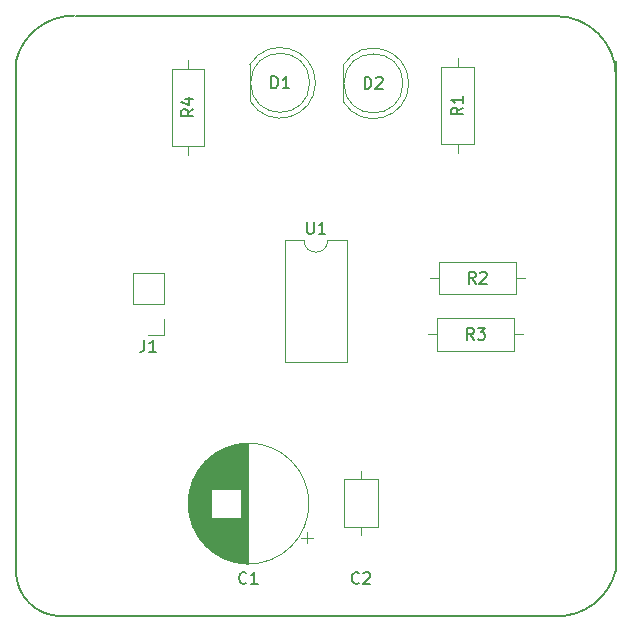
<source format=gbr>
G04 #@! TF.GenerationSoftware,KiCad,Pcbnew,(5.0.2)-1*
G04 #@! TF.CreationDate,2019-03-28T21:57:09+05:00*
G04 #@! TF.ProjectId,LM555Blinky,4c4d3535-3542-46c6-996e-6b792e6b6963,rev?*
G04 #@! TF.SameCoordinates,Original*
G04 #@! TF.FileFunction,Legend,Top*
G04 #@! TF.FilePolarity,Positive*
%FSLAX46Y46*%
G04 Gerber Fmt 4.6, Leading zero omitted, Abs format (unit mm)*
G04 Created by KiCad (PCBNEW (5.0.2)-1) date 3/28/2019 9:57:09 PM*
%MOMM*%
%LPD*%
G01*
G04 APERTURE LIST*
%ADD10C,0.150000*%
%ADD11C,0.120000*%
G04 APERTURE END LIST*
D10*
X210820000Y-63500000D02*
G75*
G02X215900000Y-68580000I0J-5080000D01*
G01*
X165100000Y-67310000D02*
G75*
G02X170028324Y-63462081I4928324J-1232081D01*
G01*
X215865426Y-110481356D02*
G75*
G02X210820000Y-114300000I-4893750J1223437D01*
G01*
X168910000Y-114300000D02*
G75*
G02X165100000Y-110490000I0J3810000D01*
G01*
X165100000Y-110490000D02*
X165100000Y-67310000D01*
X168910000Y-114300000D02*
X210820000Y-114300000D01*
X215900000Y-67310000D02*
X215900000Y-110490000D01*
X170180000Y-63500000D02*
X210820000Y-63500000D01*
D11*
G04 #@! TO.C,C2*
X195730000Y-102695000D02*
X192890000Y-102695000D01*
X192890000Y-102695000D02*
X192890000Y-106735000D01*
X192890000Y-106735000D02*
X195730000Y-106735000D01*
X195730000Y-106735000D02*
X195730000Y-102695000D01*
X194310000Y-102005000D02*
X194310000Y-102695000D01*
X194310000Y-107425000D02*
X194310000Y-106735000D01*
G04 #@! TO.C,C1*
X189910000Y-104775000D02*
G75*
G03X189910000Y-104775000I-5120000J0D01*
G01*
X184790000Y-109855000D02*
X184790000Y-99695000D01*
X184750000Y-109855000D02*
X184750000Y-99695000D01*
X184710000Y-109855000D02*
X184710000Y-99695000D01*
X184670000Y-109854000D02*
X184670000Y-99696000D01*
X184630000Y-109853000D02*
X184630000Y-99697000D01*
X184590000Y-109852000D02*
X184590000Y-99698000D01*
X184550000Y-109850000D02*
X184550000Y-99700000D01*
X184510000Y-109848000D02*
X184510000Y-99702000D01*
X184470000Y-109845000D02*
X184470000Y-99705000D01*
X184430000Y-109843000D02*
X184430000Y-99707000D01*
X184390000Y-109840000D02*
X184390000Y-99710000D01*
X184350000Y-109837000D02*
X184350000Y-99713000D01*
X184310000Y-109833000D02*
X184310000Y-99717000D01*
X184270000Y-109829000D02*
X184270000Y-99721000D01*
X184230000Y-109825000D02*
X184230000Y-99725000D01*
X184190000Y-109820000D02*
X184190000Y-99730000D01*
X184150000Y-109815000D02*
X184150000Y-99735000D01*
X184110000Y-109810000D02*
X184110000Y-106016000D01*
X184110000Y-103534000D02*
X184110000Y-99740000D01*
X184069000Y-109805000D02*
X184069000Y-106016000D01*
X184069000Y-103534000D02*
X184069000Y-99745000D01*
X184029000Y-109799000D02*
X184029000Y-106016000D01*
X184029000Y-103534000D02*
X184029000Y-99751000D01*
X183989000Y-109793000D02*
X183989000Y-106016000D01*
X183989000Y-103534000D02*
X183989000Y-99757000D01*
X183949000Y-109786000D02*
X183949000Y-106016000D01*
X183949000Y-103534000D02*
X183949000Y-99764000D01*
X183909000Y-109779000D02*
X183909000Y-106016000D01*
X183909000Y-103534000D02*
X183909000Y-99771000D01*
X183869000Y-109772000D02*
X183869000Y-106016000D01*
X183869000Y-103534000D02*
X183869000Y-99778000D01*
X183829000Y-109765000D02*
X183829000Y-106016000D01*
X183829000Y-103534000D02*
X183829000Y-99785000D01*
X183789000Y-109757000D02*
X183789000Y-106016000D01*
X183789000Y-103534000D02*
X183789000Y-99793000D01*
X183749000Y-109749000D02*
X183749000Y-106016000D01*
X183749000Y-103534000D02*
X183749000Y-99801000D01*
X183709000Y-109740000D02*
X183709000Y-106016000D01*
X183709000Y-103534000D02*
X183709000Y-99810000D01*
X183669000Y-109731000D02*
X183669000Y-106016000D01*
X183669000Y-103534000D02*
X183669000Y-99819000D01*
X183629000Y-109722000D02*
X183629000Y-106016000D01*
X183629000Y-103534000D02*
X183629000Y-99828000D01*
X183589000Y-109713000D02*
X183589000Y-106016000D01*
X183589000Y-103534000D02*
X183589000Y-99837000D01*
X183549000Y-109703000D02*
X183549000Y-106016000D01*
X183549000Y-103534000D02*
X183549000Y-99847000D01*
X183509000Y-109693000D02*
X183509000Y-106016000D01*
X183509000Y-103534000D02*
X183509000Y-99857000D01*
X183469000Y-109682000D02*
X183469000Y-106016000D01*
X183469000Y-103534000D02*
X183469000Y-99868000D01*
X183429000Y-109672000D02*
X183429000Y-106016000D01*
X183429000Y-103534000D02*
X183429000Y-99878000D01*
X183389000Y-109660000D02*
X183389000Y-106016000D01*
X183389000Y-103534000D02*
X183389000Y-99890000D01*
X183349000Y-109649000D02*
X183349000Y-106016000D01*
X183349000Y-103534000D02*
X183349000Y-99901000D01*
X183309000Y-109637000D02*
X183309000Y-106016000D01*
X183309000Y-103534000D02*
X183309000Y-99913000D01*
X183269000Y-109625000D02*
X183269000Y-106016000D01*
X183269000Y-103534000D02*
X183269000Y-99925000D01*
X183229000Y-109612000D02*
X183229000Y-106016000D01*
X183229000Y-103534000D02*
X183229000Y-99938000D01*
X183189000Y-109599000D02*
X183189000Y-106016000D01*
X183189000Y-103534000D02*
X183189000Y-99951000D01*
X183149000Y-109586000D02*
X183149000Y-106016000D01*
X183149000Y-103534000D02*
X183149000Y-99964000D01*
X183109000Y-109572000D02*
X183109000Y-106016000D01*
X183109000Y-103534000D02*
X183109000Y-99978000D01*
X183069000Y-109558000D02*
X183069000Y-106016000D01*
X183069000Y-103534000D02*
X183069000Y-99992000D01*
X183029000Y-109543000D02*
X183029000Y-106016000D01*
X183029000Y-103534000D02*
X183029000Y-100007000D01*
X182989000Y-109529000D02*
X182989000Y-106016000D01*
X182989000Y-103534000D02*
X182989000Y-100021000D01*
X182949000Y-109513000D02*
X182949000Y-106016000D01*
X182949000Y-103534000D02*
X182949000Y-100037000D01*
X182909000Y-109498000D02*
X182909000Y-106016000D01*
X182909000Y-103534000D02*
X182909000Y-100052000D01*
X182869000Y-109482000D02*
X182869000Y-106016000D01*
X182869000Y-103534000D02*
X182869000Y-100068000D01*
X182829000Y-109465000D02*
X182829000Y-106016000D01*
X182829000Y-103534000D02*
X182829000Y-100085000D01*
X182789000Y-109449000D02*
X182789000Y-106016000D01*
X182789000Y-103534000D02*
X182789000Y-100101000D01*
X182749000Y-109432000D02*
X182749000Y-106016000D01*
X182749000Y-103534000D02*
X182749000Y-100118000D01*
X182709000Y-109414000D02*
X182709000Y-106016000D01*
X182709000Y-103534000D02*
X182709000Y-100136000D01*
X182669000Y-109396000D02*
X182669000Y-106016000D01*
X182669000Y-103534000D02*
X182669000Y-100154000D01*
X182629000Y-109378000D02*
X182629000Y-106016000D01*
X182629000Y-103534000D02*
X182629000Y-100172000D01*
X182589000Y-109359000D02*
X182589000Y-106016000D01*
X182589000Y-103534000D02*
X182589000Y-100191000D01*
X182549000Y-109339000D02*
X182549000Y-106016000D01*
X182549000Y-103534000D02*
X182549000Y-100211000D01*
X182509000Y-109320000D02*
X182509000Y-106016000D01*
X182509000Y-103534000D02*
X182509000Y-100230000D01*
X182469000Y-109300000D02*
X182469000Y-106016000D01*
X182469000Y-103534000D02*
X182469000Y-100250000D01*
X182429000Y-109279000D02*
X182429000Y-106016000D01*
X182429000Y-103534000D02*
X182429000Y-100271000D01*
X182389000Y-109258000D02*
X182389000Y-106016000D01*
X182389000Y-103534000D02*
X182389000Y-100292000D01*
X182349000Y-109237000D02*
X182349000Y-106016000D01*
X182349000Y-103534000D02*
X182349000Y-100313000D01*
X182309000Y-109215000D02*
X182309000Y-106016000D01*
X182309000Y-103534000D02*
X182309000Y-100335000D01*
X182269000Y-109192000D02*
X182269000Y-106016000D01*
X182269000Y-103534000D02*
X182269000Y-100358000D01*
X182229000Y-109170000D02*
X182229000Y-106016000D01*
X182229000Y-103534000D02*
X182229000Y-100380000D01*
X182189000Y-109146000D02*
X182189000Y-106016000D01*
X182189000Y-103534000D02*
X182189000Y-100404000D01*
X182149000Y-109122000D02*
X182149000Y-106016000D01*
X182149000Y-103534000D02*
X182149000Y-100428000D01*
X182109000Y-109098000D02*
X182109000Y-106016000D01*
X182109000Y-103534000D02*
X182109000Y-100452000D01*
X182069000Y-109073000D02*
X182069000Y-106016000D01*
X182069000Y-103534000D02*
X182069000Y-100477000D01*
X182029000Y-109048000D02*
X182029000Y-106016000D01*
X182029000Y-103534000D02*
X182029000Y-100502000D01*
X181989000Y-109022000D02*
X181989000Y-106016000D01*
X181989000Y-103534000D02*
X181989000Y-100528000D01*
X181949000Y-108996000D02*
X181949000Y-106016000D01*
X181949000Y-103534000D02*
X181949000Y-100554000D01*
X181909000Y-108969000D02*
X181909000Y-106016000D01*
X181909000Y-103534000D02*
X181909000Y-100581000D01*
X181869000Y-108941000D02*
X181869000Y-106016000D01*
X181869000Y-103534000D02*
X181869000Y-100609000D01*
X181829000Y-108913000D02*
X181829000Y-106016000D01*
X181829000Y-103534000D02*
X181829000Y-100637000D01*
X181789000Y-108885000D02*
X181789000Y-106016000D01*
X181789000Y-103534000D02*
X181789000Y-100665000D01*
X181749000Y-108855000D02*
X181749000Y-106016000D01*
X181749000Y-103534000D02*
X181749000Y-100695000D01*
X181709000Y-108825000D02*
X181709000Y-106016000D01*
X181709000Y-103534000D02*
X181709000Y-100725000D01*
X181669000Y-108795000D02*
X181669000Y-106016000D01*
X181669000Y-103534000D02*
X181669000Y-100755000D01*
X181629000Y-108764000D02*
X181629000Y-100786000D01*
X181589000Y-108732000D02*
X181589000Y-100818000D01*
X181549000Y-108700000D02*
X181549000Y-100850000D01*
X181509000Y-108667000D02*
X181509000Y-100883000D01*
X181469000Y-108633000D02*
X181469000Y-100917000D01*
X181429000Y-108599000D02*
X181429000Y-100951000D01*
X181389000Y-108564000D02*
X181389000Y-100986000D01*
X181349000Y-108528000D02*
X181349000Y-101022000D01*
X181309000Y-108491000D02*
X181309000Y-101059000D01*
X181269000Y-108454000D02*
X181269000Y-101096000D01*
X181229000Y-108415000D02*
X181229000Y-101135000D01*
X181189000Y-108376000D02*
X181189000Y-101174000D01*
X181149000Y-108336000D02*
X181149000Y-101214000D01*
X181109000Y-108295000D02*
X181109000Y-101255000D01*
X181069000Y-108253000D02*
X181069000Y-101297000D01*
X181029000Y-108211000D02*
X181029000Y-101339000D01*
X180989000Y-108167000D02*
X180989000Y-101383000D01*
X180949000Y-108122000D02*
X180949000Y-101428000D01*
X180909000Y-108076000D02*
X180909000Y-101474000D01*
X180869000Y-108029000D02*
X180869000Y-101521000D01*
X180829000Y-107981000D02*
X180829000Y-101569000D01*
X180789000Y-107931000D02*
X180789000Y-101619000D01*
X180749000Y-107881000D02*
X180749000Y-101669000D01*
X180709000Y-107829000D02*
X180709000Y-101721000D01*
X180669000Y-107775000D02*
X180669000Y-101775000D01*
X180629000Y-107720000D02*
X180629000Y-101830000D01*
X180589000Y-107664000D02*
X180589000Y-101886000D01*
X180549000Y-107605000D02*
X180549000Y-101945000D01*
X180509000Y-107545000D02*
X180509000Y-102005000D01*
X180469000Y-107484000D02*
X180469000Y-102066000D01*
X180429000Y-107420000D02*
X180429000Y-102130000D01*
X180389000Y-107354000D02*
X180389000Y-102196000D01*
X180349000Y-107285000D02*
X180349000Y-102265000D01*
X180309000Y-107214000D02*
X180309000Y-102336000D01*
X180269000Y-107140000D02*
X180269000Y-102410000D01*
X180229000Y-107064000D02*
X180229000Y-102486000D01*
X180189000Y-106984000D02*
X180189000Y-102566000D01*
X180149000Y-106900000D02*
X180149000Y-102650000D01*
X180109000Y-106812000D02*
X180109000Y-102738000D01*
X180069000Y-106719000D02*
X180069000Y-102831000D01*
X180029000Y-106621000D02*
X180029000Y-102929000D01*
X179989000Y-106517000D02*
X179989000Y-103033000D01*
X179949000Y-106405000D02*
X179949000Y-103145000D01*
X179909000Y-106285000D02*
X179909000Y-103265000D01*
X179869000Y-106153000D02*
X179869000Y-103397000D01*
X179829000Y-106005000D02*
X179829000Y-103545000D01*
X179789000Y-105837000D02*
X179789000Y-103713000D01*
X179749000Y-105637000D02*
X179749000Y-103913000D01*
X179709000Y-105374000D02*
X179709000Y-104176000D01*
X190269646Y-107650000D02*
X189269646Y-107650000D01*
X189769646Y-108150000D02*
X189769646Y-107150000D01*
G04 #@! TO.C,D2*
X192810000Y-67655000D02*
X192810000Y-70745000D01*
X197870000Y-69200000D02*
G75*
G03X197870000Y-69200000I-2500000J0D01*
G01*
X198360000Y-69199538D02*
G75*
G02X192810000Y-70744830I-2990000J-462D01*
G01*
X198360000Y-69200462D02*
G75*
G03X192810000Y-67655170I-2990000J462D01*
G01*
G04 #@! TO.C,D1*
X190460000Y-69150462D02*
G75*
G03X184910000Y-67605170I-2990000J462D01*
G01*
X190460000Y-69149538D02*
G75*
G02X184910000Y-70694830I-2990000J-462D01*
G01*
X189970000Y-69150000D02*
G75*
G03X189970000Y-69150000I-2500000J0D01*
G01*
X184910000Y-67605000D02*
X184910000Y-70695000D01*
G04 #@! TO.C,U1*
X191500000Y-82490000D02*
G75*
G02X189500000Y-82490000I-1000000J0D01*
G01*
X189500000Y-82490000D02*
X187850000Y-82490000D01*
X187850000Y-82490000D02*
X187850000Y-92770000D01*
X187850000Y-92770000D02*
X193150000Y-92770000D01*
X193150000Y-92770000D02*
X193150000Y-82490000D01*
X193150000Y-82490000D02*
X191500000Y-82490000D01*
G04 #@! TO.C,R4*
X179650000Y-67180000D02*
X179650000Y-67950000D01*
X179650000Y-75260000D02*
X179650000Y-74490000D01*
X178280000Y-67950000D02*
X178280000Y-74490000D01*
X181020000Y-67950000D02*
X178280000Y-67950000D01*
X181020000Y-74490000D02*
X181020000Y-67950000D01*
X178280000Y-74490000D02*
X181020000Y-74490000D01*
G04 #@! TO.C,R3*
X207290000Y-91820000D02*
X207290000Y-89080000D01*
X207290000Y-89080000D02*
X200750000Y-89080000D01*
X200750000Y-89080000D02*
X200750000Y-91820000D01*
X200750000Y-91820000D02*
X207290000Y-91820000D01*
X208060000Y-90450000D02*
X207290000Y-90450000D01*
X199980000Y-90450000D02*
X200750000Y-90450000D01*
G04 #@! TO.C,R2*
X208220000Y-85700000D02*
X207450000Y-85700000D01*
X200140000Y-85700000D02*
X200910000Y-85700000D01*
X207450000Y-84330000D02*
X200910000Y-84330000D01*
X207450000Y-87070000D02*
X207450000Y-84330000D01*
X200910000Y-87070000D02*
X207450000Y-87070000D01*
X200910000Y-84330000D02*
X200910000Y-87070000D01*
G04 #@! TO.C,R1*
X203870000Y-67810000D02*
X201130000Y-67810000D01*
X201130000Y-67810000D02*
X201130000Y-74350000D01*
X201130000Y-74350000D02*
X203870000Y-74350000D01*
X203870000Y-74350000D02*
X203870000Y-67810000D01*
X202500000Y-67040000D02*
X202500000Y-67810000D01*
X202500000Y-75120000D02*
X202500000Y-74350000D01*
G04 #@! TO.C,J1*
X177630000Y-85280000D02*
X174970000Y-85280000D01*
X177630000Y-87880000D02*
X177630000Y-85280000D01*
X174970000Y-87880000D02*
X174970000Y-85280000D01*
X177630000Y-87880000D02*
X174970000Y-87880000D01*
X177630000Y-89150000D02*
X177630000Y-90480000D01*
X177630000Y-90480000D02*
X176300000Y-90480000D01*
G04 #@! TD*
G04 #@! TO.C,C2*
D10*
X194143333Y-111482142D02*
X194095714Y-111529761D01*
X193952857Y-111577380D01*
X193857619Y-111577380D01*
X193714761Y-111529761D01*
X193619523Y-111434523D01*
X193571904Y-111339285D01*
X193524285Y-111148809D01*
X193524285Y-111005952D01*
X193571904Y-110815476D01*
X193619523Y-110720238D01*
X193714761Y-110625000D01*
X193857619Y-110577380D01*
X193952857Y-110577380D01*
X194095714Y-110625000D01*
X194143333Y-110672619D01*
X194524285Y-110672619D02*
X194571904Y-110625000D01*
X194667142Y-110577380D01*
X194905238Y-110577380D01*
X195000476Y-110625000D01*
X195048095Y-110672619D01*
X195095714Y-110767857D01*
X195095714Y-110863095D01*
X195048095Y-111005952D01*
X194476666Y-111577380D01*
X195095714Y-111577380D01*
G04 #@! TO.C,C1*
X184618333Y-111482142D02*
X184570714Y-111529761D01*
X184427857Y-111577380D01*
X184332619Y-111577380D01*
X184189761Y-111529761D01*
X184094523Y-111434523D01*
X184046904Y-111339285D01*
X183999285Y-111148809D01*
X183999285Y-111005952D01*
X184046904Y-110815476D01*
X184094523Y-110720238D01*
X184189761Y-110625000D01*
X184332619Y-110577380D01*
X184427857Y-110577380D01*
X184570714Y-110625000D01*
X184618333Y-110672619D01*
X185570714Y-111577380D02*
X184999285Y-111577380D01*
X185285000Y-111577380D02*
X185285000Y-110577380D01*
X185189761Y-110720238D01*
X185094523Y-110815476D01*
X184999285Y-110863095D01*
G04 #@! TO.C,D2*
X194631904Y-69652380D02*
X194631904Y-68652380D01*
X194870000Y-68652380D01*
X195012857Y-68700000D01*
X195108095Y-68795238D01*
X195155714Y-68890476D01*
X195203333Y-69080952D01*
X195203333Y-69223809D01*
X195155714Y-69414285D01*
X195108095Y-69509523D01*
X195012857Y-69604761D01*
X194870000Y-69652380D01*
X194631904Y-69652380D01*
X195584285Y-68747619D02*
X195631904Y-68700000D01*
X195727142Y-68652380D01*
X195965238Y-68652380D01*
X196060476Y-68700000D01*
X196108095Y-68747619D01*
X196155714Y-68842857D01*
X196155714Y-68938095D01*
X196108095Y-69080952D01*
X195536666Y-69652380D01*
X196155714Y-69652380D01*
G04 #@! TO.C,D1*
X186731904Y-69602380D02*
X186731904Y-68602380D01*
X186970000Y-68602380D01*
X187112857Y-68650000D01*
X187208095Y-68745238D01*
X187255714Y-68840476D01*
X187303333Y-69030952D01*
X187303333Y-69173809D01*
X187255714Y-69364285D01*
X187208095Y-69459523D01*
X187112857Y-69554761D01*
X186970000Y-69602380D01*
X186731904Y-69602380D01*
X188255714Y-69602380D02*
X187684285Y-69602380D01*
X187970000Y-69602380D02*
X187970000Y-68602380D01*
X187874761Y-68745238D01*
X187779523Y-68840476D01*
X187684285Y-68888095D01*
G04 #@! TO.C,U1*
X189738095Y-80942380D02*
X189738095Y-81751904D01*
X189785714Y-81847142D01*
X189833333Y-81894761D01*
X189928571Y-81942380D01*
X190119047Y-81942380D01*
X190214285Y-81894761D01*
X190261904Y-81847142D01*
X190309523Y-81751904D01*
X190309523Y-80942380D01*
X191309523Y-81942380D02*
X190738095Y-81942380D01*
X191023809Y-81942380D02*
X191023809Y-80942380D01*
X190928571Y-81085238D01*
X190833333Y-81180476D01*
X190738095Y-81228095D01*
G04 #@! TO.C,R4*
X180102380Y-71386666D02*
X179626190Y-71720000D01*
X180102380Y-71958095D02*
X179102380Y-71958095D01*
X179102380Y-71577142D01*
X179150000Y-71481904D01*
X179197619Y-71434285D01*
X179292857Y-71386666D01*
X179435714Y-71386666D01*
X179530952Y-71434285D01*
X179578571Y-71481904D01*
X179626190Y-71577142D01*
X179626190Y-71958095D01*
X179435714Y-70529523D02*
X180102380Y-70529523D01*
X179054761Y-70767619D02*
X179769047Y-71005714D01*
X179769047Y-70386666D01*
G04 #@! TO.C,R3*
X203853333Y-90902380D02*
X203520000Y-90426190D01*
X203281904Y-90902380D02*
X203281904Y-89902380D01*
X203662857Y-89902380D01*
X203758095Y-89950000D01*
X203805714Y-89997619D01*
X203853333Y-90092857D01*
X203853333Y-90235714D01*
X203805714Y-90330952D01*
X203758095Y-90378571D01*
X203662857Y-90426190D01*
X203281904Y-90426190D01*
X204186666Y-89902380D02*
X204805714Y-89902380D01*
X204472380Y-90283333D01*
X204615238Y-90283333D01*
X204710476Y-90330952D01*
X204758095Y-90378571D01*
X204805714Y-90473809D01*
X204805714Y-90711904D01*
X204758095Y-90807142D01*
X204710476Y-90854761D01*
X204615238Y-90902380D01*
X204329523Y-90902380D01*
X204234285Y-90854761D01*
X204186666Y-90807142D01*
G04 #@! TO.C,R2*
X204013333Y-86152380D02*
X203680000Y-85676190D01*
X203441904Y-86152380D02*
X203441904Y-85152380D01*
X203822857Y-85152380D01*
X203918095Y-85200000D01*
X203965714Y-85247619D01*
X204013333Y-85342857D01*
X204013333Y-85485714D01*
X203965714Y-85580952D01*
X203918095Y-85628571D01*
X203822857Y-85676190D01*
X203441904Y-85676190D01*
X204394285Y-85247619D02*
X204441904Y-85200000D01*
X204537142Y-85152380D01*
X204775238Y-85152380D01*
X204870476Y-85200000D01*
X204918095Y-85247619D01*
X204965714Y-85342857D01*
X204965714Y-85438095D01*
X204918095Y-85580952D01*
X204346666Y-86152380D01*
X204965714Y-86152380D01*
G04 #@! TO.C,R1*
X202952380Y-71246666D02*
X202476190Y-71580000D01*
X202952380Y-71818095D02*
X201952380Y-71818095D01*
X201952380Y-71437142D01*
X202000000Y-71341904D01*
X202047619Y-71294285D01*
X202142857Y-71246666D01*
X202285714Y-71246666D01*
X202380952Y-71294285D01*
X202428571Y-71341904D01*
X202476190Y-71437142D01*
X202476190Y-71818095D01*
X202952380Y-70294285D02*
X202952380Y-70865714D01*
X202952380Y-70580000D02*
X201952380Y-70580000D01*
X202095238Y-70675238D01*
X202190476Y-70770476D01*
X202238095Y-70865714D01*
G04 #@! TO.C,J1*
X175966666Y-90932380D02*
X175966666Y-91646666D01*
X175919047Y-91789523D01*
X175823809Y-91884761D01*
X175680952Y-91932380D01*
X175585714Y-91932380D01*
X176966666Y-91932380D02*
X176395238Y-91932380D01*
X176680952Y-91932380D02*
X176680952Y-90932380D01*
X176585714Y-91075238D01*
X176490476Y-91170476D01*
X176395238Y-91218095D01*
G04 #@! TD*
M02*

</source>
